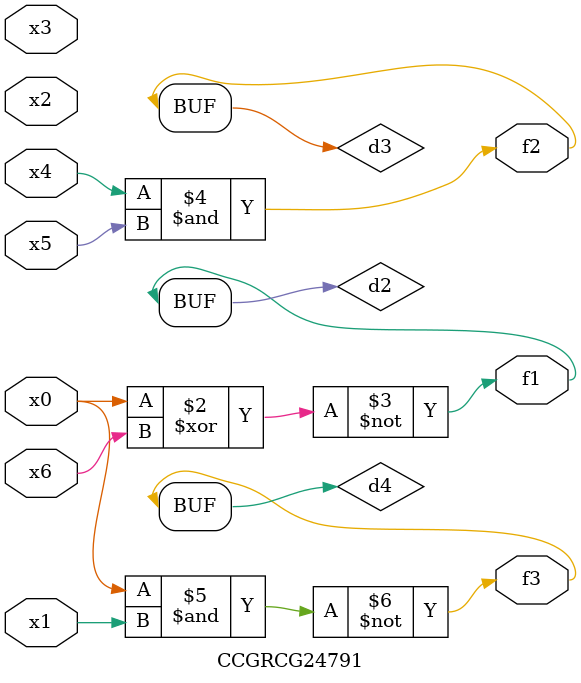
<source format=v>
module CCGRCG24791(
	input x0, x1, x2, x3, x4, x5, x6,
	output f1, f2, f3
);

	wire d1, d2, d3, d4;

	nor (d1, x0);
	xnor (d2, x0, x6);
	and (d3, x4, x5);
	nand (d4, x0, x1);
	assign f1 = d2;
	assign f2 = d3;
	assign f3 = d4;
endmodule

</source>
